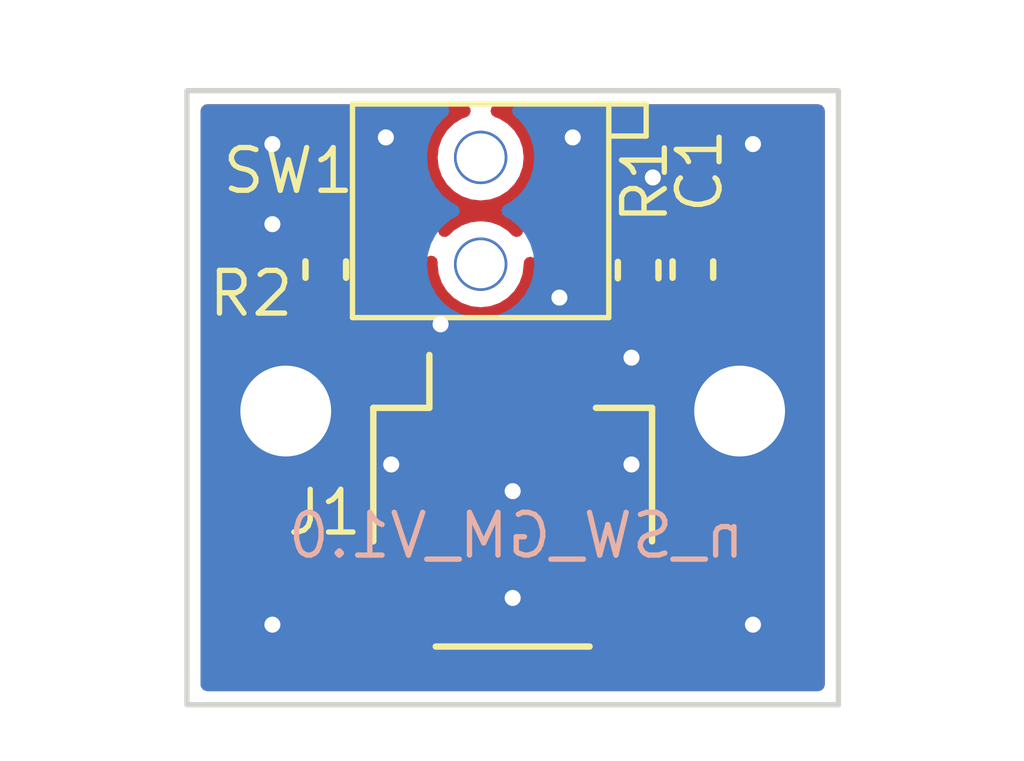
<source format=kicad_pcb>
(kicad_pcb (version 20221018) (generator pcbnew)
  (layers (0 "F.Cu" signal) (31 "B.Cu" power) (34 "B.Paste" user) (35 "F.Paste" user) (36 "B.SilkS" user "B.Silkscreen") (37 "F.SilkS" user "F.Silkscreen") (38 "B.Mask" user) (39 "F.Mask" user) (44 "Edge.Cuts" user))
  (net 0 "")
  (net 1 "GND")
  (net 2 "/SW_IN")
  (net 3 "/5V")
  (net 4 "/SNS")
  (footprint "Connector_JST:JST_SH_SM03B-SRSS-TB_1x03-1MP_P1.00mm_Horizontal" (layer "F.Cu") (at 125 115.225)
    (fp_text reference "J1" (at -3.525 0.175) (layer "F.SilkS") (effects (font (size 0.8 0.8) (thickness 0.1))))
    (fp_text value "Conn_01x03_MountingPin")
    (fp_line (start -2.61 -1.785) (end -1.56 -1.785) (stroke (width 0.12)) (layer "F.SilkS"))
    (fp_line (start -2.61 0.715) (end -2.61 -1.785) (stroke (width 0.12)) (layer "F.SilkS"))
    (fp_line (start -1.56 -1.785) (end -1.56 -2.775) (stroke (width 0.12)) (layer "F.SilkS"))
    (fp_line (start -1.44 2.685) (end 1.44 2.685) (stroke (width 0.12)) (layer "F.SilkS"))
    (fp_line (start 2.61 -1.785) (end 1.56 -1.785) (stroke (width 0.12)) (layer "F.SilkS"))
    (fp_line (start 2.61 0.715) (end 2.61 -1.785) (stroke (width 0.12)) (layer "F.SilkS"))
    (pad "1" smd roundrect (at -1 -2) (size 0.6 1.55) (layers "F.Cu" "F.Paste" "F.Mask") (net 4 "/SNS"))
    (pad "2" smd roundrect (at 0 -2) (size 0.6 1.55) (layers "F.Cu" "F.Paste" "F.Mask") (net 1 "GND"))
    (pad "3" smd roundrect (at 1 -2) (size 0.6 1.55) (layers "F.Cu" "F.Paste" "F.Mask") (net 3 "/5V"))
    (pad "MP" smd roundrect (at -2.3 1.875) (size 1.2 1.8) (layers "F.Cu" "F.Paste" "F.Mask") (roundrect_rratio 0.2083333333) (net 1 "GND"))
    (pad "MP" smd roundrect (at 2.3 1.875) (size 1.2 1.8) (layers "F.Cu" "F.Paste" "F.Mask") (roundrect_rratio 0.2083333333) (net 1 "GND"))
  )
  (footprint "Resistor_SMD:R_0402_1005Metric" (layer "F.Cu") (at 128.375 110.85 -90)
    (fp_text reference "C1" (at -1.85 -0.125 90) (layer "F.SilkS") (effects (font (size 0.8 0.8) (thickness 0.1))))
    (fp_text value "0.22u")
    (fp_line (start -0.153641 -0.38) (end 0.153641 -0.38) (stroke (width 0.12)) (layer "F.SilkS"))
    (fp_line (start -0.153641 0.38) (end 0.153641 0.38) (stroke (width 0.12)) (layer "F.SilkS"))
    (pad "1" smd roundrect (at -0.51 0 270) (size 0.54 0.64) (layers "F.Cu" "F.Paste" "F.Mask") (net 2 "/SW_IN"))
    (pad "2" smd roundrect (at 0.51 0 270) (size 0.54 0.64) (layers "F.Cu" "F.Paste" "F.Mask") (net 1 "GND"))
  )
  (footprint "D3SH-B1R1:D3SH-B1R1" (layer "F.Cu") (at 124.4 111.55)
    (fp_text reference "SW1" (at -3.6 -2.55 unlocked) (layer "F.SilkS") (effects (font (size 0.8 0.8) (thickness 0.1))))
    (fp_text value "~")
    (fp_line (start -2.4 -3.8) (end -2.4 0.2) (stroke (width 0.1)) (layer "F.SilkS"))
    (fp_line (start -2.4 0.2) (end 2.4 0.2) (stroke (width 0.1)) (layer "F.SilkS"))
    (fp_line (start 2.4 -3.8) (end -2.4 -3.8) (stroke (width 0.1)) (layer "F.SilkS"))
    (fp_line (start 2.4 -3.8) (end 3.1 -3.8) (stroke (width 0.1)) (layer "F.SilkS"))
    (fp_line (start 2.4 0.2) (end 2.4 -3.8) (stroke (width 0.1)) (layer "F.SilkS"))
    (fp_line (start 3.1 -3.8) (end 3.1 -3.2) (stroke (width 0.1)) (layer "F.SilkS"))
    (fp_line (start 3.1 -3.2) (end 2.4 -3.2) (stroke (width 0.1)) (layer "F.SilkS"))
    (pad "" np_thru_hole circle (at 0 -2.8) (size 1 1) (drill 0.9) (layers "*.Cu" "*.Mask"))
    (pad "" np_thru_hole circle (at 0 -0.8) (size 1 1) (drill 0.9) (layers "*.Cu" "*.Mask"))
    (pad "1" smd roundrect (at -1.65 -1.65) (size 1.1 1.1) (layers "F.Cu" "F.Paste" "F.Mask") (net 4 "/SNS"))
    (pad "2" smd roundrect (at 1.65 -1.575) (size 1.1 0.95) (layers "F.Cu" "F.Paste" "F.Mask") (net 2 "/SW_IN"))
  )
  (footprint "Resistor_SMD:R_0402_1005Metric" (layer "F.Cu") (at 121.5 110.85 90)
    (fp_text reference "R2" (at -0.45 -1.4 180) (layer "F.SilkS") (effects (font (size 0.8 0.8) (thickness 0.1))))
    (fp_text value "200k")
    (fp_line (start -0.153641 -0.38) (end 0.153641 -0.38) (stroke (width 0.12)) (layer "F.SilkS"))
    (fp_line (start -0.153641 0.38) (end 0.153641 0.38) (stroke (width 0.12)) (layer "F.SilkS"))
    (pad "1" smd roundrect (at -0.51 0 90) (size 0.54 0.64) (layers "F.Cu" "F.Paste" "F.Mask") (net 4 "/SNS"))
    (pad "2" smd roundrect (at 0.51 0 90) (size 0.54 0.64) (layers "F.Cu" "F.Paste" "F.Mask") (net 1 "GND"))
  )
  (footprint "Resistor_SMD:R_0402_1005Metric" (layer "F.Cu") (at 127.35 110.86 90)
    (fp_text reference "R1" (at 1.66 0.125 90) (layer "F.SilkS") (effects (font (size 0.8 0.8) (thickness 0.1))))
    (fp_text value "25k")
    (fp_line (start -0.153641 -0.38) (end 0.153641 -0.38) (stroke (width 0.12)) (layer "F.SilkS"))
    (fp_line (start -0.153641 0.38) (end 0.153641 0.38) (stroke (width 0.12)) (layer "F.SilkS"))
    (pad "1" smd roundrect (at -0.51 0 90) (size 0.54 0.64) (layers "F.Cu" "F.Paste" "F.Mask") (net 3 "/5V"))
    (pad "2" smd roundrect (at 0.51 0 90) (size 0.54 0.64) (layers "F.Cu" "F.Paste" "F.Mask") (net 2 "/SW_IN"))
  )
  (gr_rect (start 118.9 107.5) (end 131.1 119) (stroke (width 0.1)) (fill none) (layer "Edge.Cuts"))
  (gr_text "n_SW_GM_V1.0" (at 129.4 116.3) (layer "B.SilkS") (effects (font (size 0.8 0.8) (thickness 0.1)) (justify left bottom mirror)))
  (via (at 123.65 111.875) (size 0.6) (drill 0.3) (layers "F.Cu" "B.Cu") (net 1))
  (via (at 127.225 114.5) (size 0.6) (drill 0.3) (layers "F.Cu" "B.Cu") (net 1))
  (via (at 127.625 109.125) (size 0.6) (drill 0.3) (layers "F.Cu" "B.Cu") (net 1))
  (via (at 120.75 113.5) (size 3) (drill 1.7) (layers "F.Cu" "B.Cu") (net 1))
  (via (at 129.5 108.5) (size 0.6) (drill 0.3) (layers "F.Cu" "B.Cu") (net 1))
  (via (at 125.875 111.375) (size 0.6) (drill 0.3) (layers "F.Cu" "B.Cu") (net 1))
  (via (at 127.225 112.5) (size 0.6) (drill 0.3) (layers "F.Cu" "B.Cu") (net 1))
  (via (at 120.5 110) (size 0.6) (drill 0.3) (layers "F.Cu" "B.Cu") (net 1))
  (via (at 120.5 108.5) (size 0.6) (drill 0.3) (layers "F.Cu" "B.Cu") (net 1))
  (via (at 122.625 108.375) (size 0.6) (drill 0.3) (layers "F.Cu" "B.Cu") (net 1))
  (via (at 129.25 113.5) (size 3) (drill 1.7) (layers "F.Cu" "B.Cu") (net 1))
  (via (at 129.5 117.5) (size 0.6) (drill 0.3) (layers "F.Cu" "B.Cu") (net 1))
  (via (at 120.5 117.5) (size 0.6) (drill 0.3) (layers "F.Cu" "B.Cu") (net 1))
  (via (at 122.725 114.5) (size 0.6) (drill 0.3) (layers "F.Cu" "B.Cu") (net 1))
  (via (at 125 115) (size 0.6) (drill 0.3) (layers "F.Cu" "B.Cu") (net 1))
  (via (at 125 117) (size 0.6) (drill 0.3) (layers "F.Cu" "B.Cu") (net 1))
  (via (at 126.125 108.375) (size 0.6) (drill 0.3) (layers "F.Cu" "B.Cu") (net 1))
  (segment (start 126.05 109.975) (end 126.975 109.975) (width 0.3) (layer "F.Cu") (net 2))
  (segment (start 126.975 109.975) (end 127.35 110.35) (width 0.3) (layer "F.Cu") (net 2))
  (segment (start 128.375 110.34) (end 127.36 110.34) (width 0.3) (layer "F.Cu") (net 2))
  (segment (start 127.36 110.34) (end 127.35 110.35) (width 0.3) (layer "F.Cu") (net 2))
  (segment (start 126 112.72) (end 127.35 111.37) (width 0.3) (layer "F.Cu") (net 3))
  (segment (start 126 113.225) (end 126 112.72) (width 0.3) (layer "F.Cu") (net 3))
  (segment (start 123.225 113.225) (end 122.75 112.75) (width 0.3) (layer "F.Cu") (net 4))
  (segment (start 122.75 112.75) (end 121.5 111.5) (width 0.3) (layer "F.Cu") (net 4))
  (segment (start 122.75 109.9) (end 122.75 112.75) (width 0.3) (layer "F.Cu") (net 4))
  (segment (start 121.5 111.5) (end 121.5 111.36) (width 0.3) (layer "F.Cu") (net 4))
  (segment (start 124 113.225) (end 123.225 113.225) (width 0.3) (layer "F.Cu") (net 4))
  (zone (net 1) (net_name "GND") (layer "F.Cu") (connect_pads (clearance 0.3)) (min_thickness 0.25) (fill yes (thermal_gap 0.3) (thermal_bridge_width 0.3))
    (polygon (pts (xy 115.975 106) (xy 133.975 106) (xy 133.975 120) (xy 115.975 120)))
  )
  (zone (net 1) (net_name "GND") (layer "B.Cu") (priority 1) (connect_pads (clearance 0.5)) (min_thickness 0.25) (fill yes (thermal_gap 0.5) (thermal_bridge_width 0.5))
    (polygon (pts (xy 116.225 106.25) (xy 133.725 106.25) (xy 133.725 119.75) (xy 116.225 119.75)))
  )
)
</source>
